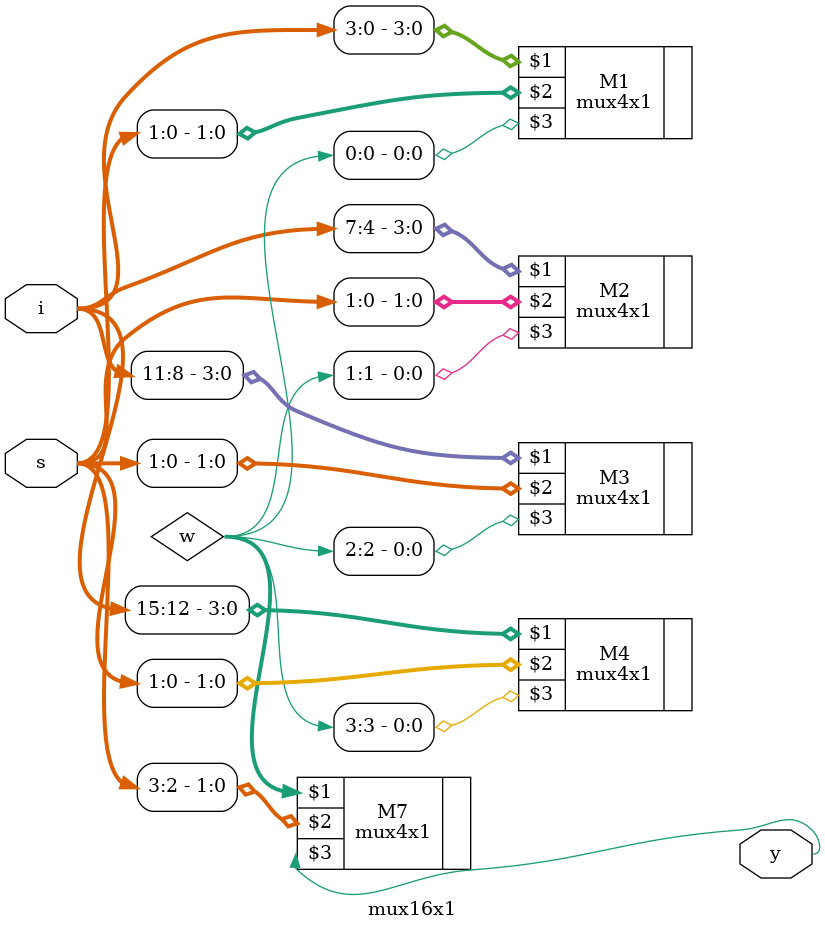
<source format=v>
`include "4x1_dataflow.v"

module mux16x1(i,s,y);
  
  input [15:0] i;
  input [3:0] s;
  output y;
  wire [3:0] w;
  
  mux4x1 M1 (i[3:0],s[1:0],w[0]);
  mux4x1 M2 (i[7:4],s[1:0],w[1]);
  mux4x1 M3 (i[11:8],s[1:0],w[2]);
  mux4x1 M4 (i[15:12],s[1:0],w[3]);
  mux4x1 M7 (w[3:0],s[3:2],y);
  
endmodule
</source>
